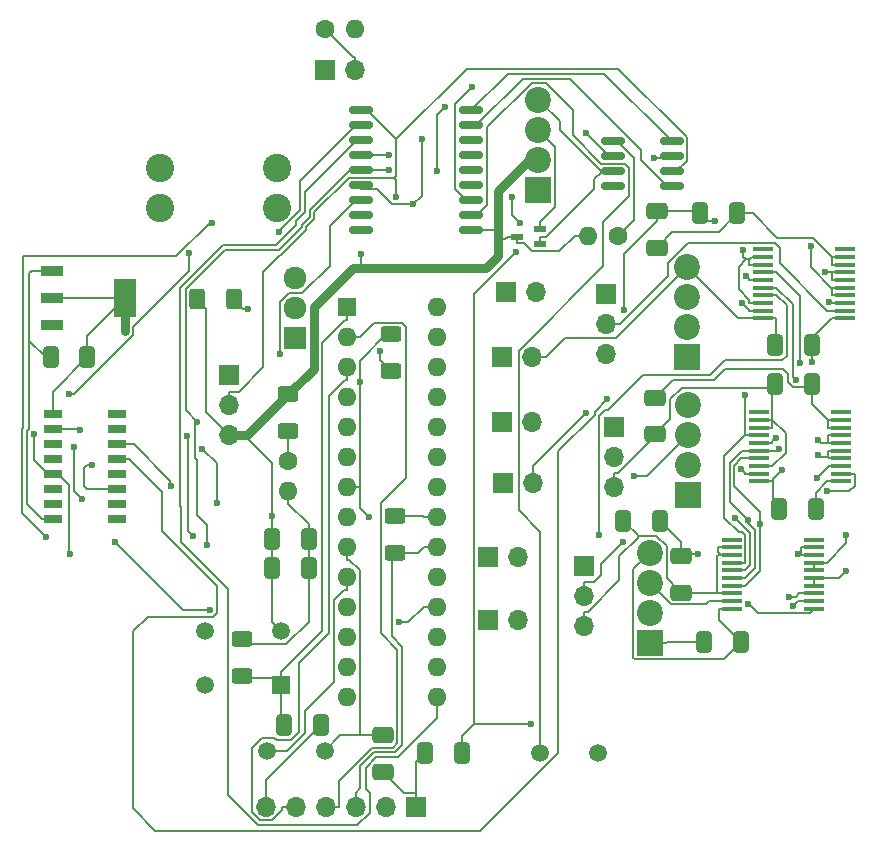
<source format=gbr>
%TF.GenerationSoftware,KiCad,Pcbnew,8.0.1-rc1*%
%TF.CreationDate,2024-06-02T11:35:05-07:00*%
%TF.ProjectId,AMS - CANBus Sensor - Temperature,414d5320-2d20-4434-914e-427573205365,rev?*%
%TF.SameCoordinates,Original*%
%TF.FileFunction,Copper,L2,Bot*%
%TF.FilePolarity,Positive*%
%FSLAX46Y46*%
G04 Gerber Fmt 4.6, Leading zero omitted, Abs format (unit mm)*
G04 Created by KiCad (PCBNEW 8.0.1-rc1) date 2024-06-02 11:35:05*
%MOMM*%
%LPD*%
G01*
G04 APERTURE LIST*
G04 Aperture macros list*
%AMRoundRect*
0 Rectangle with rounded corners*
0 $1 Rounding radius*
0 $2 $3 $4 $5 $6 $7 $8 $9 X,Y pos of 4 corners*
0 Add a 4 corners polygon primitive as box body*
4,1,4,$2,$3,$4,$5,$6,$7,$8,$9,$2,$3,0*
0 Add four circle primitives for the rounded corners*
1,1,$1+$1,$2,$3*
1,1,$1+$1,$4,$5*
1,1,$1+$1,$6,$7*
1,1,$1+$1,$8,$9*
0 Add four rect primitives between the rounded corners*
20,1,$1+$1,$2,$3,$4,$5,0*
20,1,$1+$1,$4,$5,$6,$7,0*
20,1,$1+$1,$6,$7,$8,$9,0*
20,1,$1+$1,$8,$9,$2,$3,0*%
G04 Aperture macros list end*
%TA.AperFunction,ComponentPad*%
%ADD10R,1.700000X1.700000*%
%TD*%
%TA.AperFunction,ComponentPad*%
%ADD11O,1.700000X1.700000*%
%TD*%
%TA.AperFunction,ComponentPad*%
%ADD12C,1.600000*%
%TD*%
%TA.AperFunction,ComponentPad*%
%ADD13O,1.600000X1.600000*%
%TD*%
%TA.AperFunction,ComponentPad*%
%ADD14R,2.200000X2.200000*%
%TD*%
%TA.AperFunction,ComponentPad*%
%ADD15C,2.200000*%
%TD*%
%TA.AperFunction,ComponentPad*%
%ADD16C,2.400000*%
%TD*%
%TA.AperFunction,ComponentPad*%
%ADD17R,1.600000X1.600000*%
%TD*%
%TA.AperFunction,ComponentPad*%
%ADD18R,1.920000X1.920000*%
%TD*%
%TA.AperFunction,ComponentPad*%
%ADD19C,1.920000*%
%TD*%
%TA.AperFunction,ComponentPad*%
%ADD20C,1.500000*%
%TD*%
%TA.AperFunction,ComponentPad*%
%ADD21R,1.500000X1.500000*%
%TD*%
%TA.AperFunction,SMDPad,CuDef*%
%ADD22RoundRect,0.250000X0.412500X0.650000X-0.412500X0.650000X-0.412500X-0.650000X0.412500X-0.650000X0*%
%TD*%
%TA.AperFunction,SMDPad,CuDef*%
%ADD23RoundRect,0.250000X-0.650000X0.412500X-0.650000X-0.412500X0.650000X-0.412500X0.650000X0.412500X0*%
%TD*%
%TA.AperFunction,SMDPad,CuDef*%
%ADD24RoundRect,0.150000X0.825000X0.150000X-0.825000X0.150000X-0.825000X-0.150000X0.825000X-0.150000X0*%
%TD*%
%TA.AperFunction,SMDPad,CuDef*%
%ADD25R,1.705000X0.450000*%
%TD*%
%TA.AperFunction,SMDPad,CuDef*%
%ADD26RoundRect,0.250000X0.400000X0.625000X-0.400000X0.625000X-0.400000X-0.625000X0.400000X-0.625000X0*%
%TD*%
%TA.AperFunction,SMDPad,CuDef*%
%ADD27RoundRect,0.250000X-0.412500X-0.650000X0.412500X-0.650000X0.412500X0.650000X-0.412500X0.650000X0*%
%TD*%
%TA.AperFunction,SMDPad,CuDef*%
%ADD28RoundRect,0.250000X0.650000X-0.412500X0.650000X0.412500X-0.650000X0.412500X-0.650000X-0.412500X0*%
%TD*%
%TA.AperFunction,SMDPad,CuDef*%
%ADD29RoundRect,0.250000X-0.625000X0.400000X-0.625000X-0.400000X0.625000X-0.400000X0.625000X0.400000X0*%
%TD*%
%TA.AperFunction,SMDPad,CuDef*%
%ADD30RoundRect,0.150000X0.875000X0.150000X-0.875000X0.150000X-0.875000X-0.150000X0.875000X-0.150000X0*%
%TD*%
%TA.AperFunction,SMDPad,CuDef*%
%ADD31RoundRect,0.250000X0.625000X-0.400000X0.625000X0.400000X-0.625000X0.400000X-0.625000X-0.400000X0*%
%TD*%
%TA.AperFunction,SMDPad,CuDef*%
%ADD32R,1.525000X0.650000*%
%TD*%
%TA.AperFunction,SMDPad,CuDef*%
%ADD33R,1.850000X0.900000*%
%TD*%
%TA.AperFunction,SMDPad,CuDef*%
%ADD34R,1.850000X3.200000*%
%TD*%
%TA.AperFunction,SMDPad,CuDef*%
%ADD35R,1.000000X0.550000*%
%TD*%
%TA.AperFunction,ViaPad*%
%ADD36C,0.600000*%
%TD*%
%TA.AperFunction,Conductor*%
%ADD37C,0.762000*%
%TD*%
%TA.AperFunction,Conductor*%
%ADD38C,0.200000*%
%TD*%
G04 APERTURE END LIST*
D10*
%TO.P,J2,1,Pin_1*%
%TO.N,/MAX31865AAP+1/FORCE+*%
X154427100Y-80520700D03*
D11*
%TO.P,J2,2,Pin_2*%
%TO.N,/MAX31865AAP+1/RTDIn+*%
X156967100Y-80520700D03*
%TD*%
D10*
%TO.P,J10,1,Pin_1*%
%TO.N,/MAX31865AAP+2/FORCE-*%
X154147400Y-96704500D03*
D11*
%TO.P,J10,2,Pin_2*%
%TO.N,/MAX31865AAP+2/RTDin-*%
X156687400Y-96704500D03*
%TD*%
D12*
%TO.P,R7,1*%
%TO.N,Net-(J5-Pin_2)*%
X139116100Y-58260700D03*
D13*
%TO.P,R7,2*%
%TO.N,CANBUS_L*%
X141656100Y-58260700D03*
%TD*%
D14*
%TO.P,J1,1,Pin_1*%
%TO.N,Net-(J1-Pin_1)*%
X157148000Y-71872800D03*
D15*
%TO.P,J1,2,Pin_2*%
%TO.N,GND*%
X157148000Y-69332800D03*
%TO.P,J1,3,Pin_3*%
%TO.N,CANBUS_H*%
X157148000Y-66792800D03*
%TO.P,J1,4,Pin_4*%
%TO.N,CANBUS_L*%
X157148000Y-64252800D03*
%TD*%
D12*
%TO.P,NTC1,1*%
%TO.N,/BareMinAtmel328P/PC0-A0*%
X135965600Y-94809500D03*
D13*
%TO.P,NTC1,2*%
%TO.N,+5V*%
X135965600Y-97349500D03*
%TD*%
D10*
%TO.P,J3,1,Pin_1*%
%TO.N,GND*%
X146767300Y-124094700D03*
D11*
%TO.P,J3,2,Pin_2*%
%TO.N,unconnected-(J3-Pin_2-Pad2)*%
X144227300Y-124094700D03*
%TO.P,J3,3,Pin_3*%
%TO.N,+5V*%
X141687300Y-124094700D03*
%TO.P,J3,4,Pin_4*%
%TO.N,/BareMinAtmel328P/PD0-RX*%
X139147300Y-124094700D03*
%TO.P,J3,5,Pin_5*%
%TO.N,/BareMinAtmel328P/PD1-TX*%
X136607300Y-124094700D03*
%TO.P,J3,6,Pin_6*%
%TO.N,Net-(J3-Pin_6)*%
X134067300Y-124094700D03*
%TD*%
D14*
%TO.P,J15,1,Pin_1*%
%TO.N,/MAX31865AAP+2/RTDIn+*%
X169777600Y-97738800D03*
D15*
%TO.P,J15,2,Pin_2*%
%TO.N,/MAX31865AAP+2/FORCE+*%
X169777600Y-95198800D03*
%TO.P,J15,3,Pin_3*%
%TO.N,/MAX31865AAP+2/FORCE-*%
X169777600Y-92658800D03*
%TO.P,J15,4,Pin_4*%
%TO.N,/MAX31865AAP+2/RTDin-*%
X169777600Y-90118800D03*
%TD*%
D10*
%TO.P,J7,1,Pin_1*%
%TO.N,/MAX31865AAP+1/FORCE-*%
X154091800Y-85981100D03*
D11*
%TO.P,J7,2,Pin_2*%
%TO.N,/MAX31865AAP+1/RTDin-*%
X156631800Y-85981100D03*
%TD*%
D16*
%TO.P,U5,1,1*%
%TO.N,Net-(Q1-Pad3)*%
X134999500Y-70018000D03*
%TO.P,U5,2,2*%
X134999500Y-73418000D03*
%TO.P,U5,3,3*%
%TO.N,+VDC*%
X125079500Y-70018000D03*
%TO.P,U5,4,4*%
X125079500Y-73418000D03*
%TD*%
D10*
%TO.P,J8,1,Pin_1*%
%TO.N,/MAX31865AAP+2/FORCE+*%
X154099500Y-91526100D03*
D11*
%TO.P,J8,2,Pin_2*%
%TO.N,/MAX31865AAP+2/RTDIn+*%
X156639500Y-91526100D03*
%TD*%
D12*
%TO.P,R6,1*%
%TO.N,Net-(U4-Rs)*%
X163881700Y-75743400D03*
D13*
%TO.P,R6,2*%
%TO.N,GND*%
X161341700Y-75743400D03*
%TD*%
D14*
%TO.P,J14,1,Pin_1*%
%TO.N,/MAX31865AAP+1/RTDIn+*%
X169740800Y-86017900D03*
D15*
%TO.P,J14,2,Pin_2*%
%TO.N,/MAX31865AAP+1/FORCE+*%
X169740800Y-83477900D03*
%TO.P,J14,3,Pin_3*%
%TO.N,/MAX31865AAP+1/FORCE-*%
X169740800Y-80937900D03*
%TO.P,J14,4,Pin_4*%
%TO.N,/MAX31865AAP+1/RTDin-*%
X169740800Y-78397900D03*
%TD*%
D14*
%TO.P,J16,1,Pin_1*%
%TO.N,/MAX31865AAP+3/RTDIn+*%
X166572100Y-110206600D03*
D15*
%TO.P,J16,2,Pin_2*%
%TO.N,/MAX31865AAP+3/FORCE+*%
X166572100Y-107666600D03*
%TO.P,J16,3,Pin_3*%
%TO.N,/MAX31865AAP+3/FORCE-*%
X166572100Y-105126600D03*
%TO.P,J16,4,Pin_4*%
%TO.N,/MAX31865AAP+3/RTDin-*%
X166572100Y-102586600D03*
%TD*%
D10*
%TO.P,Powerboard1,1,Pin_1*%
%TO.N,+VDC*%
X130976300Y-87552600D03*
D11*
%TO.P,Powerboard1,2,Pin_2*%
%TO.N,+5V*%
X130976300Y-90092600D03*
%TO.P,Powerboard1,3,Pin_3*%
%TO.N,GND*%
X130976300Y-92632600D03*
%TD*%
D10*
%TO.P,J9,1,Pin_1*%
%TO.N,/MAX31865AAP+2/FORCE+*%
X163522200Y-91904000D03*
D11*
%TO.P,J9,2,Pin_2*%
%TO.N,Net-(IC2-FORCE2)*%
X163522200Y-94444000D03*
%TO.P,J9,3,Pin_3*%
%TO.N,/MAX31865AAP+2/GND*%
X163522200Y-96984000D03*
%TD*%
D17*
%TO.P,U2,1,~{RESET}/PC6*%
%TO.N,/BareMinAtmel328P/RESET*%
X140929500Y-81761800D03*
D13*
%TO.P,U2,2,PD0*%
%TO.N,/BareMinAtmel328P/PD0-RX*%
X140929500Y-84301800D03*
%TO.P,U2,3,PD1*%
%TO.N,/BareMinAtmel328P/PD1-TX*%
X140929500Y-86841800D03*
%TO.P,U2,4,PD2*%
%TO.N,/BareMinAtmel328P/PD2-D2*%
X140929500Y-89381800D03*
%TO.P,U2,5,PD3*%
%TO.N,/BareMinAtmel328P/PD3-D3*%
X140929500Y-91921800D03*
%TO.P,U2,6,PD4*%
%TO.N,/BareMinAtmel328P/PD4-D4*%
X140929500Y-94461800D03*
%TO.P,U2,7,VCC*%
%TO.N,+5V*%
X140929500Y-97001800D03*
%TO.P,U2,8,GND*%
%TO.N,GND*%
X140929500Y-99541800D03*
%TO.P,U2,9,XTAL1/PB6*%
%TO.N,Net-(U2-XTAL1{slash}PB6)*%
X140929500Y-102081800D03*
%TO.P,U2,10,XTAL2/PB7*%
%TO.N,Net-(U2-XTAL2{slash}PB7)*%
X140929500Y-104621800D03*
%TO.P,U2,11,PD5*%
%TO.N,/BareMinAtmel328P/PD5-D5*%
X140929500Y-107161800D03*
%TO.P,U2,12,PD6*%
%TO.N,/BareMinAtmel328P/PD6-D6*%
X140929500Y-109701800D03*
%TO.P,U2,13,PD7*%
%TO.N,/BareMinAtmel328P/PD7-D7*%
X140929500Y-112241800D03*
%TO.P,U2,14,PB0*%
%TO.N,/BareMinAtmel328P/PB0-D8*%
X140929500Y-114781800D03*
%TO.P,U2,15,PB1*%
%TO.N,/BareMinAtmel328P/PB1-D9*%
X148549500Y-114781800D03*
%TO.P,U2,16,PB2*%
%TO.N,/BareMinAtmel328P/PB2-D10-SS*%
X148549500Y-112241800D03*
%TO.P,U2,17,PB3*%
%TO.N,MOSI*%
X148549500Y-109701800D03*
%TO.P,U2,18,PB4*%
%TO.N,MISO*%
X148549500Y-107161800D03*
%TO.P,U2,19,PB5*%
%TO.N,CLK*%
X148549500Y-104621800D03*
%TO.P,U2,20,AVCC*%
%TO.N,+5V*%
X148549500Y-102081800D03*
%TO.P,U2,21,AREF*%
%TO.N,/BareMinAtmel328P/AREF*%
X148549500Y-99541800D03*
%TO.P,U2,22,GND*%
%TO.N,GND*%
X148549500Y-97001800D03*
%TO.P,U2,23,PC0*%
%TO.N,/BareMinAtmel328P/PC0-A0*%
X148549500Y-94461800D03*
%TO.P,U2,24,PC1*%
%TO.N,/BareMinAtmel328P/PC1-A1*%
X148549500Y-91921800D03*
%TO.P,U2,25,PC2*%
%TO.N,/BareMinAtmel328P/PC2-A2*%
X148549500Y-89381800D03*
%TO.P,U2,26,PC3*%
%TO.N,/BareMinAtmel328P/PC3-A3*%
X148549500Y-86841800D03*
%TO.P,U2,27,PC4*%
%TO.N,/BareMinAtmel328P/PC4-A4-SDA*%
X148549500Y-84301800D03*
%TO.P,U2,28,PC5*%
%TO.N,/BareMinAtmel328P/PC5-A5-SCL*%
X148549500Y-81761800D03*
%TD*%
D10*
%TO.P,J5,1,Pin_1*%
%TO.N,CANBUS_H*%
X139049600Y-61738500D03*
D11*
%TO.P,J5,2,Pin_2*%
%TO.N,Net-(J5-Pin_2)*%
X141589600Y-61738500D03*
%TD*%
D18*
%TO.P,Q1,1*%
%TO.N,Net-(Q1-Pad1)*%
X136586000Y-84423600D03*
D19*
%TO.P,Q1,2*%
%TO.N,Net-(J1-Pin_1)*%
X136586000Y-81883600D03*
%TO.P,Q1,3*%
%TO.N,Net-(Q1-Pad3)*%
X136586000Y-79343600D03*
%TD*%
D20*
%TO.P,Y2,1,1*%
%TO.N,Net-(U3-OSC1)*%
X157308300Y-119543000D03*
%TO.P,Y2,2,2*%
%TO.N,Net-(U3-OSC2)*%
X162188300Y-119543000D03*
%TD*%
D21*
%TO.P,Reset1,1,NO_1*%
%TO.N,/BareMinAtmel328P/RESET*%
X135385300Y-113752500D03*
D20*
%TO.P,Reset1,2,NO_2*%
%TO.N,unconnected-(Reset1-NO_2-Pad2)*%
X128885300Y-113752500D03*
%TO.P,Reset1,3,COM_1*%
%TO.N,GND*%
X135385300Y-109252500D03*
%TO.P,Reset1,4,COM_2*%
%TO.N,unconnected-(Reset1-COM_2-Pad4)*%
X128885300Y-109252500D03*
%TD*%
D10*
%TO.P,J6,1,Pin_1*%
%TO.N,/MAX31865AAP+1/FORCE+*%
X162905100Y-80664400D03*
D11*
%TO.P,J6,2,Pin_2*%
%TO.N,Net-(IC1-FORCE2)*%
X162905100Y-83204400D03*
%TO.P,J6,3,Pin_3*%
%TO.N,/MAX31865AAP+1/GND*%
X162905100Y-85744400D03*
%TD*%
D20*
%TO.P,Y1,1,1*%
%TO.N,Net-(U2-XTAL2{slash}PB7)*%
X134207200Y-119354100D03*
%TO.P,Y1,2,2*%
%TO.N,Net-(U2-XTAL1{slash}PB6)*%
X139087200Y-119354100D03*
%TD*%
D10*
%TO.P,J12,1,Pin_1*%
%TO.N,/MAX31865AAP+3/FORCE+*%
X161047400Y-103693100D03*
D11*
%TO.P,J12,2,Pin_2*%
%TO.N,Net-(IC3-FORCE2)*%
X161047400Y-106233100D03*
%TO.P,J12,3,Pin_3*%
%TO.N,/MAX31865AAP+3/GND*%
X161047400Y-108773100D03*
%TD*%
D10*
%TO.P,J11,1,Pin_1*%
%TO.N,/MAX31865AAP+3/FORCE+*%
X152867400Y-108259400D03*
D11*
%TO.P,J11,2,Pin_2*%
%TO.N,/MAX31865AAP+3/RTDIn+*%
X155407400Y-108259400D03*
%TD*%
D10*
%TO.P,J13,1,Pin_1*%
%TO.N,/MAX31865AAP+3/FORCE-*%
X152903300Y-102979900D03*
D11*
%TO.P,J13,2,Pin_2*%
%TO.N,/MAX31865AAP+3/RTDin-*%
X155443300Y-102979900D03*
%TD*%
D22*
%TO.P,C17,1*%
%TO.N,GND*%
X118974700Y-86057600D03*
%TO.P,C17,2*%
%TO.N,+3.3V*%
X115849700Y-86057600D03*
%TD*%
D23*
%TO.P,C2,1*%
%TO.N,Net-(U2-XTAL1{slash}PB6)*%
X144012200Y-118047000D03*
%TO.P,C2,2*%
%TO.N,GND*%
X144012200Y-121172000D03*
%TD*%
D24*
%TO.P,U4,1,TXD*%
%TO.N,/CANBUS-MCP2515/TXtoCANTC*%
X168429800Y-67769000D03*
%TO.P,U4,2,VSS*%
%TO.N,GND*%
X168429800Y-69039000D03*
%TO.P,U4,3,VDD*%
%TO.N,+5V*%
X168429800Y-70309000D03*
%TO.P,U4,4,RXD*%
%TO.N,/CANBUS-MCP2515/RXtoCANTC*%
X168429800Y-71579000D03*
%TO.P,U4,5,Vref*%
%TO.N,unconnected-(U4-Vref-Pad5)*%
X163479800Y-71579000D03*
%TO.P,U4,6,CANL*%
%TO.N,CANBUS_L*%
X163479800Y-70309000D03*
%TO.P,U4,7,CANH*%
%TO.N,CANBUS_H*%
X163479800Y-69039000D03*
%TO.P,U4,8,Rs*%
%TO.N,Net-(U4-Rs)*%
X163479800Y-67769000D03*
%TD*%
D25*
%TO.P,IC2,1,~{DRDY}*%
%TO.N,unconnected-(IC2-~{DRDY}-Pad1)*%
X182812600Y-90699400D03*
%TO.P,IC2,2,DVDD*%
%TO.N,/MAX31865AAP+2/3.3V*%
X182812600Y-91349400D03*
%TO.P,IC2,3,VDD*%
X182812600Y-91999400D03*
%TO.P,IC2,4,BIAS*%
%TO.N,Net-(IC2-BIAS)*%
X182812600Y-92649400D03*
%TO.P,IC2,5,REFIN+*%
X182812600Y-93299400D03*
%TO.P,IC2,6,REFIN-*%
%TO.N,Net-(IC2-ISENSOR)*%
X182812600Y-93949400D03*
%TO.P,IC2,7,ISENSOR*%
X182812600Y-94599400D03*
%TO.P,IC2,8,FORCE+*%
%TO.N,/MAX31865AAP+2/FORCE+*%
X182812600Y-95249400D03*
%TO.P,IC2,9,FORCE2*%
%TO.N,Net-(IC2-FORCE2)*%
X182812600Y-95899400D03*
%TO.P,IC2,10,RTDIN+*%
%TO.N,/MAX31865AAP+2/RTDIn+*%
X182812600Y-96549400D03*
%TO.P,IC2,11,RTDIN-*%
%TO.N,/MAX31865AAP+2/RTDin-*%
X175816600Y-96549400D03*
%TO.P,IC2,12,FORCE-*%
%TO.N,/MAX31865AAP+2/FORCE-*%
X175816600Y-95899400D03*
%TO.P,IC2,13,GND2*%
%TO.N,/MAX31865AAP+2/GND*%
X175816600Y-95249400D03*
%TO.P,IC2,14,SDI*%
%TO.N,/MAX31865AAP+1/MOSI3v*%
X175816600Y-94599400D03*
%TO.P,IC2,15,SCLK*%
%TO.N,/MAX31865AAP+1/SLC3v*%
X175816600Y-93949400D03*
%TO.P,IC2,16,~{CS}*%
%TO.N,/MAX31865AAP+2/CS3v*%
X175816600Y-93299400D03*
%TO.P,IC2,17,SDO*%
%TO.N,/MAX31865AAP+1/MISO3v*%
X175816600Y-92649400D03*
%TO.P,IC2,18,DGND*%
%TO.N,/MAX31865AAP+2/GND*%
X175816600Y-91999400D03*
%TO.P,IC2,19,GND*%
X175816600Y-91349400D03*
%TO.P,IC2,20,N.C.*%
%TO.N,unconnected-(IC2-N.C.-Pad20)*%
X175816600Y-90699400D03*
%TD*%
D26*
%TO.P,R1,1*%
%TO.N,Net-(Q1-Pad1)*%
X131364300Y-81129300D03*
%TO.P,R1,2*%
%TO.N,GND*%
X128264300Y-81129300D03*
%TD*%
D27*
%TO.P,C10,1*%
%TO.N,/MAX31865AAP+1/RTDin-*%
X177204100Y-85024500D03*
%TO.P,C10,2*%
%TO.N,/MAX31865AAP+1/RTDIn+*%
X180329100Y-85024500D03*
%TD*%
D28*
%TO.P,C8,1*%
%TO.N,/MAX31865AAP+1/3.3V*%
X167153400Y-76752400D03*
%TO.P,C8,2*%
%TO.N,/MAX31865AAP+1/GND*%
X167153400Y-73627400D03*
%TD*%
D29*
%TO.P,R4,1*%
%TO.N,+5V*%
X132096400Y-109912300D03*
%TO.P,R4,2*%
%TO.N,/BareMinAtmel328P/RESET*%
X132096400Y-113012300D03*
%TD*%
D22*
%TO.P,C9,1*%
%TO.N,/MAX31865AAP+1/3.3V*%
X173995300Y-73848700D03*
%TO.P,C9,2*%
%TO.N,/MAX31865AAP+1/GND*%
X170870300Y-73848700D03*
%TD*%
%TO.P,C4,1*%
%TO.N,Net-(U3-OSC2)*%
X150709400Y-119523900D03*
%TO.P,C4,2*%
%TO.N,GND*%
X147584400Y-119523900D03*
%TD*%
D30*
%TO.P,U3,1,TXCAN*%
%TO.N,/CANBUS-MCP2515/TXtoCANTC*%
X151455100Y-65127000D03*
%TO.P,U3,2,RXCAN*%
%TO.N,/CANBUS-MCP2515/RXtoCANTC*%
X151455100Y-66397000D03*
%TO.P,U3,3,CLKOUT/SOF*%
%TO.N,unconnected-(U3-CLKOUT{slash}SOF-Pad3)*%
X151455100Y-67667000D03*
%TO.P,U3,4,~{TX0RTS}*%
%TO.N,unconnected-(U3-~{TX0RTS}-Pad4)*%
X151455100Y-68937000D03*
%TO.P,U3,5,~{TX1RTS}*%
%TO.N,unconnected-(U3-~{TX1RTS}-Pad5)*%
X151455100Y-70207000D03*
%TO.P,U3,6,~{TX2RTS}*%
%TO.N,unconnected-(U3-~{TX2RTS}-Pad6)*%
X151455100Y-71477000D03*
%TO.P,U3,7,OSC2*%
%TO.N,Net-(U3-OSC2)*%
X151455100Y-72747000D03*
%TO.P,U3,8,OSC1*%
%TO.N,Net-(U3-OSC1)*%
X151455100Y-74017000D03*
%TO.P,U3,9,VSS*%
%TO.N,GND*%
X151455100Y-75287000D03*
%TO.P,U3,10,~{RX1BF}*%
%TO.N,unconnected-(U3-~{RX1BF}-Pad10)*%
X142155100Y-75287000D03*
%TO.P,U3,11,~{RX0BF}*%
%TO.N,unconnected-(U3-~{RX0BF}-Pad11)*%
X142155100Y-74017000D03*
%TO.P,U3,12,~{INT}*%
%TO.N,/BareMinAtmel328P/PD2-D2*%
X142155100Y-72747000D03*
%TO.P,U3,13,SCK*%
%TO.N,CLK*%
X142155100Y-71477000D03*
%TO.P,U3,14,SI*%
%TO.N,MOSI*%
X142155100Y-70207000D03*
%TO.P,U3,15,SO*%
%TO.N,MISO*%
X142155100Y-68937000D03*
%TO.P,U3,16,~{CS}*%
%TO.N,/BareMinAtmel328P/PB1-D9*%
X142155100Y-67667000D03*
%TO.P,U3,17,~{RESET}*%
%TO.N,Net-(U3-~{RESET})*%
X142155100Y-66397000D03*
%TO.P,U3,18,VDD*%
%TO.N,+5V*%
X142155100Y-65127000D03*
%TD*%
D31*
%TO.P,R5,1*%
%TO.N,Net-(U3-~{RESET})*%
X144703000Y-87196800D03*
%TO.P,R5,2*%
%TO.N,+5V*%
X144703000Y-84096800D03*
%TD*%
D29*
%TO.P,R3,1*%
%TO.N,GND*%
X135973000Y-89148700D03*
%TO.P,R3,2*%
%TO.N,/BareMinAtmel328P/PC0-A0*%
X135973000Y-92248700D03*
%TD*%
D25*
%TO.P,IC3,1,~{DRDY}*%
%TO.N,unconnected-(IC3-~{DRDY}-Pad1)*%
X180511900Y-101484500D03*
%TO.P,IC3,2,DVDD*%
%TO.N,/MAX31865AAP+3/3.3V*%
X180511900Y-102134500D03*
%TO.P,IC3,3,VDD*%
X180511900Y-102784500D03*
%TO.P,IC3,4,BIAS*%
%TO.N,Net-(IC3-BIAS)*%
X180511900Y-103434500D03*
%TO.P,IC3,5,REFIN+*%
X180511900Y-104084500D03*
%TO.P,IC3,6,REFIN-*%
%TO.N,Net-(IC3-ISENSOR)*%
X180511900Y-104734500D03*
%TO.P,IC3,7,ISENSOR*%
X180511900Y-105384500D03*
%TO.P,IC3,8,FORCE+*%
%TO.N,/MAX31865AAP+3/FORCE+*%
X180511900Y-106034500D03*
%TO.P,IC3,9,FORCE2*%
%TO.N,Net-(IC3-FORCE2)*%
X180511900Y-106684500D03*
%TO.P,IC3,10,RTDIN+*%
%TO.N,/MAX31865AAP+3/RTDIn+*%
X180511900Y-107334500D03*
%TO.P,IC3,11,RTDIN-*%
%TO.N,/MAX31865AAP+3/RTDin-*%
X173515900Y-107334500D03*
%TO.P,IC3,12,FORCE-*%
%TO.N,/MAX31865AAP+3/FORCE-*%
X173515900Y-106684500D03*
%TO.P,IC3,13,GND2*%
%TO.N,/MAX31865AAP+3/GND*%
X173515900Y-106034500D03*
%TO.P,IC3,14,SDI*%
%TO.N,/MAX31865AAP+1/MOSI3v*%
X173515900Y-105384500D03*
%TO.P,IC3,15,SCLK*%
%TO.N,/MAX31865AAP+1/SLC3v*%
X173515900Y-104734500D03*
%TO.P,IC3,16,~{CS}*%
%TO.N,/MAX31865AAP+3/CS3v*%
X173515900Y-104084500D03*
%TO.P,IC3,17,SDO*%
%TO.N,/MAX31865AAP+1/MISO3v*%
X173515900Y-103434500D03*
%TO.P,IC3,18,DGND*%
%TO.N,/MAX31865AAP+3/GND*%
X173515900Y-102784500D03*
%TO.P,IC3,19,GND*%
X173515900Y-102134500D03*
%TO.P,IC3,20,N.C.*%
%TO.N,unconnected-(IC3-N.C.-Pad20)*%
X173515900Y-101484500D03*
%TD*%
D22*
%TO.P,C1,1*%
%TO.N,Net-(J3-Pin_6)*%
X138717100Y-117199700D03*
%TO.P,C1,2*%
%TO.N,/BareMinAtmel328P/RESET*%
X135592100Y-117199700D03*
%TD*%
D32*
%TO.P,IC4,1,VCC*%
%TO.N,+3.3V*%
X116067100Y-99743000D03*
%TO.P,IC4,2,1Y*%
%TO.N,/MAX31865AAP+1/SLC3v*%
X116067100Y-98473000D03*
%TO.P,IC4,3,1A*%
%TO.N,CLK*%
X116067100Y-97203000D03*
%TO.P,IC4,4,2Y*%
%TO.N,MISO*%
X116067100Y-95933000D03*
%TO.P,IC4,5,2A*%
%TO.N,/MAX31865AAP+1/MISO3v*%
X116067100Y-94663000D03*
%TO.P,IC4,6,3Y*%
%TO.N,/MAX31865AAP+1/MOSI3v*%
X116067100Y-93393000D03*
%TO.P,IC4,7,3A*%
%TO.N,MOSI*%
X116067100Y-92123000D03*
%TO.P,IC4,8,GND*%
%TO.N,GND*%
X116067100Y-90853000D03*
%TO.P,IC4,9,4A*%
%TO.N,/BareMinAtmel328P/PD5-D5*%
X121491100Y-90853000D03*
%TO.P,IC4,10,4Y*%
%TO.N,/MAX31865AAP+3/CS3v*%
X121491100Y-92123000D03*
%TO.P,IC4,11,5A*%
%TO.N,/BareMinAtmel328P/PD4-D4*%
X121491100Y-93393000D03*
%TO.P,IC4,12,5Y*%
%TO.N,/MAX31865AAP+2/CS3v*%
X121491100Y-94663000D03*
%TO.P,IC4,13,NC_1*%
%TO.N,unconnected-(IC4-NC_1-Pad13)*%
X121491100Y-95933000D03*
%TO.P,IC4,14,6A*%
%TO.N,/BareMinAtmel328P/PD3-D3*%
X121491100Y-97203000D03*
%TO.P,IC4,15,6Y*%
%TO.N,/MAX31865AAP+1/CS3v*%
X121491100Y-98473000D03*
%TO.P,IC4,16,NC_2*%
%TO.N,unconnected-(IC4-NC_2-Pad16)*%
X121491100Y-99743000D03*
%TD*%
D23*
%TO.P,C15,1*%
%TO.N,/MAX31865AAP+3/3.3V*%
X169251600Y-102830600D03*
%TO.P,C15,2*%
%TO.N,/MAX31865AAP+3/GND*%
X169251600Y-105955600D03*
%TD*%
D29*
%TO.P,R2,1*%
%TO.N,/BareMinAtmel328P/AREF*%
X144995600Y-99509000D03*
%TO.P,R2,2*%
%TO.N,+5V*%
X144995600Y-102609000D03*
%TD*%
D25*
%TO.P,IC1,1,~{DRDY}*%
%TO.N,unconnected-(IC1-~{DRDY}-Pad1)*%
X183151300Y-76886100D03*
%TO.P,IC1,2,DVDD*%
%TO.N,/MAX31865AAP+1/3.3V*%
X183151300Y-77536100D03*
%TO.P,IC1,3,VDD*%
X183151300Y-78186100D03*
%TO.P,IC1,4,BIAS*%
%TO.N,Net-(IC1-BIAS)*%
X183151300Y-78836100D03*
%TO.P,IC1,5,REFIN+*%
X183151300Y-79486100D03*
%TO.P,IC1,6,REFIN-*%
%TO.N,Net-(IC1-ISENSOR)*%
X183151300Y-80136100D03*
%TO.P,IC1,7,ISENSOR*%
X183151300Y-80786100D03*
%TO.P,IC1,8,FORCE+*%
%TO.N,/MAX31865AAP+1/FORCE+*%
X183151300Y-81436100D03*
%TO.P,IC1,9,FORCE2*%
%TO.N,Net-(IC1-FORCE2)*%
X183151300Y-82086100D03*
%TO.P,IC1,10,RTDIN+*%
%TO.N,/MAX31865AAP+1/RTDIn+*%
X183151300Y-82736100D03*
%TO.P,IC1,11,RTDIN-*%
%TO.N,/MAX31865AAP+1/RTDin-*%
X176155300Y-82736100D03*
%TO.P,IC1,12,FORCE-*%
%TO.N,/MAX31865AAP+1/FORCE-*%
X176155300Y-82086100D03*
%TO.P,IC1,13,GND2*%
%TO.N,/MAX31865AAP+1/GND*%
X176155300Y-81436100D03*
%TO.P,IC1,14,SDI*%
%TO.N,/MAX31865AAP+1/MOSI3v*%
X176155300Y-80786100D03*
%TO.P,IC1,15,SCLK*%
%TO.N,/MAX31865AAP+1/SLC3v*%
X176155300Y-80136100D03*
%TO.P,IC1,16,~{CS}*%
%TO.N,/MAX31865AAP+1/CS3v*%
X176155300Y-79486100D03*
%TO.P,IC1,17,SDO*%
%TO.N,/MAX31865AAP+1/MISO3v*%
X176155300Y-78836100D03*
%TO.P,IC1,18,DGND*%
%TO.N,/MAX31865AAP+1/GND*%
X176155300Y-78186100D03*
%TO.P,IC1,19,GND*%
X176155300Y-77536100D03*
%TO.P,IC1,20,N.C.*%
%TO.N,unconnected-(IC1-N.C.-Pad20)*%
X176155300Y-76886100D03*
%TD*%
D23*
%TO.P,C12,1*%
%TO.N,/MAX31865AAP+2/3.3V*%
X166999500Y-89446100D03*
%TO.P,C12,2*%
%TO.N,/MAX31865AAP+2/GND*%
X166999500Y-92571100D03*
%TD*%
D33*
%TO.P,IC5,1,INPUT*%
%TO.N,+5V*%
X115966900Y-83323300D03*
%TO.P,IC5,2,ADJ/GND_1*%
%TO.N,GND*%
X115966900Y-81023300D03*
%TO.P,IC5,3,OUTPUT*%
%TO.N,+3.3V*%
X115966900Y-78723300D03*
D34*
%TO.P,IC5,4,ADJ/GND_2*%
%TO.N,GND*%
X122166900Y-81023300D03*
%TD*%
D22*
%TO.P,C11,1*%
%TO.N,/MAX31865AAP+2/3.3V*%
X180344900Y-88259800D03*
%TO.P,C11,2*%
%TO.N,/MAX31865AAP+2/GND*%
X177219900Y-88259800D03*
%TD*%
%TO.P,C7,1*%
%TO.N,+5V*%
X137705500Y-103901700D03*
%TO.P,C7,2*%
%TO.N,GND*%
X134580500Y-103901700D03*
%TD*%
D27*
%TO.P,C13,1*%
%TO.N,/MAX31865AAP+2/RTDin-*%
X177518600Y-98878600D03*
%TO.P,C13,2*%
%TO.N,/MAX31865AAP+2/RTDIn+*%
X180643600Y-98878600D03*
%TD*%
D35*
%TO.P,D1,1,CATHODE_1*%
%TO.N,CANBUS_H*%
X157281400Y-75173600D03*
%TO.P,D1,2,CATHODE_2*%
%TO.N,CANBUS_L*%
X157281400Y-76473600D03*
%TO.P,D1,3,COMMON_ANODE*%
%TO.N,GND*%
X155381400Y-75823600D03*
%TD*%
D22*
%TO.P,C6,1*%
%TO.N,+5V*%
X137701800Y-101431800D03*
%TO.P,C6,2*%
%TO.N,GND*%
X134576800Y-101431800D03*
%TD*%
%TO.P,C14,1*%
%TO.N,/MAX31865AAP+3/3.3V*%
X167447900Y-99864000D03*
%TO.P,C14,2*%
%TO.N,/MAX31865AAP+3/GND*%
X164322900Y-99864000D03*
%TD*%
%TO.P,C16,1*%
%TO.N,/MAX31865AAP+3/RTDin-*%
X174303100Y-110148000D03*
%TO.P,C16,2*%
%TO.N,/MAX31865AAP+3/RTDIn+*%
X171178100Y-110148000D03*
%TD*%
D36*
%TO.N,GND*%
X122167000Y-83823200D03*
X166912000Y-69200100D03*
X134576800Y-99449400D03*
X142137100Y-77308100D03*
%TO.N,/BareMinAtmel328P/RESET*%
X155620300Y-74664100D03*
X154921400Y-72481400D03*
%TO.N,+5V*%
X115966900Y-83323300D03*
X142799200Y-99555100D03*
X145124600Y-72473300D03*
X142028000Y-88110200D03*
%TO.N,CANBUS_H*%
X161173200Y-67081800D03*
%TO.N,/MAX31865AAP+1/GND*%
X172066600Y-74532700D03*
X164379600Y-81999200D03*
X174497700Y-76963800D03*
%TO.N,/MAX31865AAP+1/RTDIn+*%
X180358200Y-86446500D03*
%TO.N,/BareMinAtmel328P/PD4-D4*%
X126044952Y-96945157D03*
%TO.N,/BareMinAtmel328P/PD3-D3*%
X119366052Y-95142593D03*
%TO.N,/BareMinAtmel328P/PD5-D5*%
X121491100Y-90853000D03*
X127403900Y-92710311D03*
X127867348Y-101187913D03*
%TO.N,Net-(Q1-Pad1)*%
X132546900Y-81920300D03*
%TO.N,/BareMinAtmel328P/PD2-D2*%
X135297100Y-85794900D03*
%TO.N,Net-(U3-OSC2)*%
X156548700Y-117120000D03*
X155272900Y-77126100D03*
X151536800Y-63182000D03*
%TO.N,Net-(U3-~{RESET})*%
X143754600Y-85478800D03*
X135186600Y-75411200D03*
%TO.N,/MAX31865AAP+2/RTDIn+*%
X180643600Y-98878600D03*
%TO.N,/MAX31865AAP+2/RTDin-*%
X177778400Y-95593300D03*
X161212600Y-90729200D03*
%TO.N,/MAX31865AAP+3/3.3V*%
X170656800Y-102672600D03*
X179148500Y-102672600D03*
%TO.N,/MAX31865AAP+3/RTDIn+*%
X174867921Y-106931418D03*
%TO.N,/MAX31865AAP+1/MOSI3v*%
X116067100Y-93393000D03*
X175907400Y-100140400D03*
X129372800Y-107412200D03*
X162308500Y-101104600D03*
X121264657Y-101646152D03*
%TO.N,Net-(IC1-BIAS)*%
X181443300Y-78777900D03*
%TO.N,/MAX31865AAP+1/SLC3v*%
X116067100Y-98473000D03*
X177487000Y-93777700D03*
X174875200Y-99839100D03*
X178968500Y-87952000D03*
%TO.N,/MAX31865AAP+1/CS3v*%
X121491100Y-98473000D03*
X129901386Y-98375098D03*
X174724100Y-79129900D03*
X128694698Y-93809222D03*
%TO.N,Net-(IC1-ISENSOR)*%
X180221019Y-76607049D03*
%TO.N,/MAX31865AAP+1/MISO3v*%
X179333400Y-86547700D03*
X116067100Y-94663000D03*
X174662400Y-89240700D03*
%TO.N,/MAX31865AAP+1/FORCE+*%
X181728300Y-81373200D03*
%TO.N,/MAX31865AAP+1/FORCE-*%
X174373100Y-81422600D03*
%TO.N,/MAX31865AAP+2/CS3v*%
X162999800Y-89599400D03*
X177252300Y-92843700D03*
%TO.N,Net-(IC2-ISENSOR)*%
X180834332Y-94277750D03*
%TO.N,Net-(IC2-BIAS)*%
X180826357Y-93017718D03*
%TO.N,/MAX31865AAP+2/FORCE+*%
X180717000Y-96266100D03*
%TO.N,/MAX31865AAP+2/FORCE-*%
X174339800Y-95526800D03*
X165254800Y-96084100D03*
%TO.N,Net-(IC2-FORCE2)*%
X181608500Y-97374500D03*
%TO.N,/MAX31865AAP+3/CS3v*%
X118536073Y-98073847D03*
X173770000Y-99610400D03*
X121491100Y-92123000D03*
X117826412Y-93634433D03*
%TO.N,/MAX31865AAP+3/FORCE+*%
X178346700Y-106329500D03*
%TO.N,Net-(IC3-BIAS)*%
X183193977Y-101059766D03*
%TO.N,Net-(IC3-FORCE2)*%
X164357700Y-101658900D03*
X178733900Y-107109800D03*
%TO.N,Net-(IC3-ISENSOR)*%
X183193977Y-104159766D03*
%TO.N,MOSI*%
X144524100Y-70207000D03*
X128277198Y-91500212D03*
X129121142Y-101949343D03*
X118332546Y-92183951D03*
%TO.N,MISO*%
X148585100Y-70282000D03*
X127597474Y-77230086D03*
X117503256Y-102683542D03*
X149261427Y-64817434D03*
X145385000Y-108475000D03*
X114437643Y-92545528D03*
X117373339Y-89146565D03*
X144528600Y-68903600D03*
%TO.N,CLK*%
X129544252Y-74645840D03*
X116067100Y-97203000D03*
X115493946Y-101249145D03*
X146555400Y-73086400D03*
X147285653Y-67526043D03*
%TD*%
D37*
%TO.N,GND*%
X153699000Y-75241800D02*
X153699000Y-71959500D01*
D38*
X115966900Y-81023300D02*
X122166900Y-81023300D01*
D37*
X138127000Y-86994700D02*
X138127000Y-81802300D01*
D38*
X155958100Y-76400300D02*
X155381400Y-76400300D01*
D37*
X156326000Y-69332800D02*
X157148000Y-69332800D01*
D38*
X156608100Y-77050300D02*
X155958100Y-76400300D01*
X166912000Y-69200100D02*
X168268700Y-69200100D01*
X154337200Y-76066100D02*
X154579700Y-75823600D01*
X146767300Y-122943000D02*
X145783200Y-122943000D01*
D37*
X132207700Y-92632600D02*
X132489000Y-92632600D01*
D38*
X146767300Y-124094700D02*
X146767300Y-122943000D01*
D37*
X153699000Y-71959500D02*
X156326000Y-69332800D01*
D38*
X147584400Y-119523900D02*
X146767300Y-120341000D01*
X158933100Y-77050300D02*
X156608100Y-77050300D01*
X155381400Y-75823600D02*
X155381400Y-76400300D01*
D37*
X153699000Y-76066100D02*
X153699000Y-75241800D01*
D38*
X142137100Y-78195400D02*
X142137100Y-77308100D01*
X134580500Y-101435500D02*
X134580500Y-103901700D01*
D37*
X141487000Y-78442200D02*
X142383900Y-78442200D01*
D38*
X145783200Y-122943000D02*
X144012200Y-121172000D01*
X116067100Y-90853000D02*
X116067100Y-88965200D01*
X116067100Y-88965200D02*
X118974700Y-86057600D01*
X153699000Y-76066100D02*
X154337200Y-76066100D01*
X118974700Y-86057600D02*
X118974700Y-84215500D01*
D37*
X135973000Y-89148700D02*
X138127000Y-86994700D01*
D38*
X118974700Y-84215500D02*
X122166900Y-81023300D01*
X134576800Y-95001700D02*
X134576800Y-99449400D01*
X160240000Y-75743400D02*
X158933100Y-77050300D01*
X146767300Y-120341000D02*
X146767300Y-122943000D01*
D37*
X138127000Y-81802300D02*
X141487000Y-78442200D01*
X122167000Y-83823200D02*
X122167000Y-81023400D01*
D38*
X142383900Y-78442200D02*
X142137100Y-78195400D01*
D37*
X132489000Y-92632600D02*
X135973000Y-89148700D01*
X130976300Y-92632600D02*
X132207700Y-92632600D01*
X142383900Y-78442200D02*
X152722000Y-78442200D01*
D38*
X153699000Y-75241800D02*
X151500300Y-75241800D01*
X129046727Y-81911727D02*
X129046727Y-90703327D01*
D37*
X152722000Y-78442200D02*
X153699000Y-77464900D01*
X153699000Y-77464900D02*
X153699000Y-76066100D01*
D38*
X134576800Y-99449400D02*
X134576800Y-101431800D01*
X132207700Y-92632600D02*
X134576800Y-95001700D01*
X129046727Y-90703327D02*
X130976000Y-92632600D01*
X134580500Y-103901700D02*
X134580500Y-108447700D01*
X134580500Y-108447700D02*
X135385300Y-109252500D01*
X128264300Y-81129300D02*
X129046727Y-81911727D01*
X161341700Y-75743400D02*
X160240000Y-75743400D01*
X155381400Y-75823600D02*
X154579700Y-75823600D01*
%TO.N,/BareMinAtmel328P/RESET*%
X135385300Y-116992900D02*
X135385300Y-113752500D01*
X140791800Y-82863500D02*
X138849900Y-84805400D01*
X138849900Y-109236200D02*
X135385300Y-112700800D01*
X140929500Y-81761800D02*
X140929500Y-82863500D01*
X138849900Y-84805400D02*
X138849900Y-109236200D01*
X154921400Y-72481400D02*
X154921400Y-73965200D01*
X135385300Y-113226600D02*
X135385300Y-112700800D01*
X135385300Y-113226600D02*
X132310700Y-113226600D01*
X154921400Y-73965200D02*
X155620300Y-74664100D01*
X140929500Y-82863500D02*
X140791800Y-82863500D01*
%TO.N,+5V*%
X137705500Y-103901700D02*
X137705500Y-108426400D01*
X142031200Y-97001800D02*
X142031200Y-98787100D01*
X169711000Y-69420500D02*
X168822500Y-70309000D01*
X142084100Y-120674200D02*
X142084100Y-122546200D01*
X137701800Y-100187400D02*
X135965600Y-98451200D01*
X131768100Y-88940900D02*
X133841600Y-86867400D01*
X137504700Y-75245800D02*
X137504700Y-75006400D01*
X137705500Y-101435500D02*
X137705500Y-103901700D01*
X137705500Y-108426400D02*
X135800500Y-110331400D01*
X142031200Y-98787100D02*
X142799200Y-99555100D01*
X145630300Y-110565900D02*
X145630300Y-118847500D01*
X133841600Y-86867400D02*
X133841600Y-78807200D01*
X145134200Y-70666100D02*
X145134200Y-67583200D01*
X144958300Y-70842000D02*
X145124600Y-71008300D01*
X135965600Y-97349500D02*
X135965600Y-98451200D01*
X144995600Y-102609000D02*
X146920600Y-102609000D01*
X143271100Y-119487200D02*
X142084100Y-120674200D01*
X169711000Y-67429400D02*
X169711000Y-69420500D01*
X133841600Y-78807200D02*
X135289200Y-77359600D01*
X144990600Y-119487200D02*
X143271100Y-119487200D01*
X144285800Y-84096800D02*
X142031200Y-86351400D01*
X151105500Y-61611900D02*
X163893500Y-61611900D01*
X135289200Y-77359600D02*
X135390900Y-77359600D01*
X144741000Y-109676600D02*
X145630300Y-110565900D01*
X145134200Y-67583200D02*
X151105500Y-61611900D01*
X145134200Y-67583200D02*
X142678000Y-65127000D01*
X142031200Y-86351400D02*
X142031200Y-88110200D01*
X142084100Y-122546200D02*
X141687300Y-122943000D01*
X144958300Y-70842000D02*
X145134200Y-70666100D01*
X145124600Y-71008300D02*
X145124600Y-72473300D01*
X146920600Y-102609000D02*
X147447800Y-102081800D01*
X148549500Y-102081800D02*
X147447800Y-102081800D01*
X140929500Y-97001800D02*
X142031200Y-97001800D01*
X130976300Y-88940900D02*
X131768100Y-88940900D01*
X142031200Y-88110200D02*
X142031200Y-97001800D01*
X144741000Y-102863600D02*
X144741000Y-109676600D01*
X141687300Y-124094700D02*
X141687300Y-122943000D01*
X137701800Y-101431800D02*
X137701800Y-100187400D01*
X130976300Y-90092600D02*
X130976300Y-88940900D01*
X163893500Y-61611900D02*
X169711000Y-67429400D01*
X138185000Y-73760400D02*
X141103400Y-70842000D01*
X145630300Y-118847500D02*
X144990600Y-119487200D01*
X135390900Y-77359600D02*
X137504700Y-75245800D01*
X141103400Y-70842000D02*
X144958300Y-70842000D01*
X142031200Y-88110200D02*
X142028000Y-88110200D01*
X138185000Y-74326100D02*
X138185000Y-73760400D01*
X135800500Y-110331400D02*
X132515500Y-110331400D01*
X137504700Y-75006400D02*
X138185000Y-74326100D01*
%TO.N,CANBUS_L*%
X162526700Y-70350800D02*
X158949900Y-66774000D01*
X162568500Y-70309000D02*
X163479800Y-70309000D01*
X158949900Y-66774000D02*
X158949900Y-66054700D01*
X161899300Y-71761700D02*
X161899300Y-70978200D01*
X157281400Y-75896900D02*
X157764100Y-75896900D01*
X161899300Y-70978200D02*
X162526700Y-70350800D01*
X158949900Y-66054700D02*
X157148000Y-64252800D01*
X157281400Y-76473600D02*
X157281400Y-75896900D01*
X162526700Y-70350800D02*
X162568500Y-70309000D01*
X157764100Y-75896900D02*
X161899300Y-71761700D01*
%TO.N,CANBUS_H*%
X158549700Y-73328600D02*
X157281400Y-74596900D01*
X158549700Y-68194500D02*
X158549700Y-73328600D01*
X157281400Y-75173600D02*
X157281400Y-74596900D01*
X163130400Y-69039000D02*
X161173200Y-67081800D01*
X157148000Y-66792800D02*
X158549700Y-68194500D01*
%TO.N,/MAX31865AAP+1/3.3V*%
X182098000Y-77536100D02*
X181998600Y-77536100D01*
X181998600Y-77536100D02*
X180420600Y-75958100D01*
X181998600Y-77536100D02*
X181997100Y-77536100D01*
X168504700Y-75401100D02*
X167153400Y-76752400D01*
X172442900Y-75401100D02*
X168504700Y-75401100D01*
X180420600Y-75958100D02*
X177395200Y-75958100D01*
X181997100Y-78186100D02*
X181997100Y-77536100D01*
X173995300Y-73848700D02*
X172442900Y-75401100D01*
X183151300Y-77536100D02*
X182098000Y-77536100D01*
X175285800Y-73848700D02*
X173995300Y-73848700D01*
X183151300Y-78186100D02*
X181997100Y-78186100D01*
X177395200Y-75958100D02*
X175285800Y-73848700D01*
%TO.N,/MAX31865AAP+1/GND*%
X174723600Y-77739300D02*
X174949400Y-77739300D01*
X174723600Y-77739300D02*
X174104200Y-78358700D01*
X175001100Y-81191300D02*
X175001100Y-81436100D01*
X167153400Y-74493000D02*
X164379600Y-77266800D01*
X164379600Y-77266800D02*
X164379600Y-81999200D01*
X176155300Y-81436100D02*
X175001100Y-81436100D01*
X175001100Y-77791000D02*
X175001100Y-78186100D01*
X167153400Y-73627400D02*
X167153400Y-74493000D01*
X175578200Y-77536100D02*
X175256000Y-77536100D01*
X175256000Y-77536100D02*
X175001100Y-77791000D01*
X174723600Y-77739300D02*
X174497700Y-77513400D01*
X171554300Y-74532700D02*
X172066600Y-74532700D01*
X174497700Y-77513400D02*
X174497700Y-76963800D01*
X174949400Y-77739300D02*
X175001100Y-77791000D01*
X174104200Y-80294400D02*
X175001100Y-81191300D01*
X170870300Y-73848700D02*
X171554300Y-74532700D01*
X174104200Y-78358700D02*
X174104200Y-80294400D01*
X176155300Y-78186100D02*
X175001100Y-78186100D01*
X170649000Y-73627400D02*
X167153400Y-73627400D01*
%TO.N,/MAX31865AAP+1/RTDIn+*%
X180358200Y-85053600D02*
X180358200Y-86446500D01*
X181997100Y-82736100D02*
X180329100Y-84404100D01*
X183151300Y-82736100D02*
X181997100Y-82736100D01*
%TO.N,/BareMinAtmel328P/PD0-RX*%
X143786700Y-98398200D02*
X143786700Y-109360900D01*
X143225600Y-83107400D02*
X145582500Y-83107400D01*
X143786700Y-109360900D02*
X145218800Y-110793000D01*
X145951900Y-83476800D02*
X145951900Y-96233000D01*
X143104800Y-119085500D02*
X140299000Y-121891300D01*
X139147300Y-124094700D02*
X140299000Y-124094700D01*
X145218800Y-110793000D02*
X145218800Y-118688900D01*
X145582500Y-83107400D02*
X145951900Y-83476800D01*
X145218800Y-118688900D02*
X144822200Y-119085500D01*
X144822200Y-119085500D02*
X143104800Y-119085500D01*
X145951900Y-96233000D02*
X143786700Y-98398200D01*
X140929500Y-84301800D02*
X142031200Y-84301800D01*
X140299000Y-121891300D02*
X140299000Y-124094700D01*
X142031200Y-84301800D02*
X143225600Y-83107400D01*
%TO.N,/BareMinAtmel328P/PD1-TX*%
X140929500Y-87943500D02*
X140791800Y-87943500D01*
X135002600Y-118481200D02*
X134806400Y-118285000D01*
X134806400Y-118285000D02*
X133739100Y-118285000D01*
X136913100Y-111912100D02*
X136913100Y-117761500D01*
X136193400Y-118481200D02*
X135002600Y-118481200D01*
X140791800Y-87943500D02*
X139420200Y-89315100D01*
X135455600Y-124363200D02*
X135455600Y-124094700D01*
X139420200Y-109405000D02*
X136913100Y-111912100D01*
X132884000Y-119140100D02*
X132884000Y-124558300D01*
X133739100Y-118285000D02*
X132884000Y-119140100D01*
X136607300Y-124094700D02*
X135455600Y-124094700D01*
X134568800Y-125250000D02*
X135455600Y-124363200D01*
X133575700Y-125250000D02*
X134568800Y-125250000D01*
X140929500Y-86841800D02*
X140929500Y-87943500D01*
X132884000Y-124558300D02*
X133575700Y-125250000D01*
X136913100Y-117761500D02*
X136193400Y-118481200D01*
X139420200Y-89315100D02*
X139420200Y-109405000D01*
%TO.N,/BareMinAtmel328P/PD4-D4*%
X121491100Y-93393000D02*
X122894150Y-93393000D01*
X122894150Y-93393000D02*
X125994711Y-96493561D01*
X125994711Y-96493561D02*
X125994711Y-96894916D01*
X125994711Y-96894916D02*
X126044952Y-96945157D01*
%TO.N,/BareMinAtmel328P/PD3-D3*%
X118929765Y-95142593D02*
X118655956Y-95416402D01*
X118902858Y-97203000D02*
X121491100Y-97203000D01*
X118655956Y-96956098D02*
X118902858Y-97203000D01*
X118655956Y-95416402D02*
X118655956Y-96956098D01*
X119366052Y-95142593D02*
X118929765Y-95142593D01*
%TO.N,/BareMinAtmel328P/PD5-D5*%
X127448209Y-92754620D02*
X127448209Y-100768774D01*
X127448209Y-100768774D02*
X127867348Y-101187913D01*
X127403900Y-92710311D02*
X127448209Y-92754620D01*
%TO.N,/BareMinAtmel328P/PC0-A0*%
X135965600Y-92256100D02*
X135965600Y-94809500D01*
%TO.N,Net-(Q1-Pad1)*%
X131364300Y-81129300D02*
X132155300Y-81920300D01*
X132155300Y-81920300D02*
X132546900Y-81920300D01*
%TO.N,/BareMinAtmel328P/AREF*%
X144995600Y-99509000D02*
X147415000Y-99509000D01*
X148549500Y-99541800D02*
X147447800Y-99541800D01*
X147415000Y-99509000D02*
X147447800Y-99541800D01*
%TO.N,/BareMinAtmel328P/PB1-D9*%
X141760400Y-67667000D02*
X137381600Y-72045800D01*
X133402000Y-125677300D02*
X141772300Y-125677300D01*
X134972300Y-76556200D02*
X130440900Y-76556200D01*
X141772300Y-125677300D02*
X142864400Y-124585200D01*
X142864400Y-124585200D02*
X142864400Y-122955800D01*
X126882500Y-98690200D02*
X126882500Y-101668800D01*
X137381600Y-72045800D02*
X137381600Y-73755700D01*
X126803900Y-80193200D02*
X126803900Y-98611600D01*
X142527100Y-120799200D02*
X143437400Y-119888900D01*
X148549500Y-116590500D02*
X148549500Y-114781800D01*
X136660000Y-74477300D02*
X136660000Y-74868500D01*
X137381600Y-73755700D02*
X136660000Y-74477300D01*
X136660000Y-74868500D02*
X134972300Y-76556200D01*
X142527100Y-122618500D02*
X142527100Y-120799200D01*
X145251100Y-119888900D02*
X148549500Y-116590500D01*
X130440900Y-76556200D02*
X126803900Y-80193200D01*
X126803900Y-98611600D02*
X126882500Y-98690200D01*
X126882500Y-101668800D02*
X130848400Y-105634700D01*
X142864400Y-122955800D02*
X142527100Y-122618500D01*
X130848400Y-123123700D02*
X133402000Y-125677300D01*
X130848400Y-105634700D02*
X130848400Y-123123700D01*
X143437400Y-119888900D02*
X145251100Y-119888900D01*
%TO.N,/BareMinAtmel328P/PD2-D2*%
X141669800Y-72747000D02*
X139466900Y-74949900D01*
X139466900Y-78273600D02*
X137126900Y-80613600D01*
X135297100Y-81325200D02*
X135297100Y-85794900D01*
X139466900Y-74949900D02*
X139466900Y-78273600D01*
X137126900Y-80613600D02*
X136008700Y-80613600D01*
X136008700Y-80613600D02*
X135297100Y-81325200D01*
%TO.N,/CANBUS-MCP2515/RXtoCANTC*%
X155842200Y-62438500D02*
X159795800Y-62438500D01*
X165819100Y-69369700D02*
X168028400Y-71579000D01*
X151883700Y-66397000D02*
X155842200Y-62438500D01*
X159795800Y-62438500D02*
X165819100Y-68461800D01*
X165819100Y-68461800D02*
X165819100Y-69369700D01*
%TO.N,/CANBUS-MCP2515/TXtoCANTC*%
X154545300Y-62036800D02*
X162697600Y-62036800D01*
X151455100Y-65127000D02*
X154545300Y-62036800D01*
X162697600Y-62036800D02*
X168429800Y-67769000D01*
%TO.N,Net-(J3-Pin_6)*%
X138717100Y-117199700D02*
X134067300Y-121849500D01*
X134067300Y-121849500D02*
X134067300Y-124094700D01*
%TO.N,Net-(U2-XTAL1{slash}PB6)*%
X141157800Y-103183500D02*
X140929500Y-103183500D01*
X140929500Y-102081800D02*
X140929500Y-103183500D01*
X142034400Y-118047000D02*
X140394300Y-118047000D01*
X140394300Y-118047000D02*
X139087200Y-119354100D01*
X144012200Y-118047000D02*
X142034400Y-118047000D01*
X142034400Y-118047000D02*
X142034400Y-104060100D01*
X142034400Y-104060100D02*
X141157800Y-103183500D01*
%TO.N,Net-(U2-XTAL2{slash}PB7)*%
X139826200Y-113564200D02*
X139826200Y-106598500D01*
X139826200Y-106598500D02*
X140701200Y-105723500D01*
X140929500Y-104621800D02*
X140929500Y-105723500D01*
X135888500Y-119354100D02*
X137391900Y-117850700D01*
X137391900Y-115998500D02*
X139826200Y-113564200D01*
X140701200Y-105723500D02*
X140929500Y-105723500D01*
X134207200Y-119354100D02*
X135888500Y-119354100D01*
X137391900Y-117850700D02*
X137391900Y-115998500D01*
%TO.N,Net-(U3-OSC2)*%
X150127800Y-64591000D02*
X151536800Y-63182000D01*
X151710500Y-117120000D02*
X156548700Y-117120000D01*
X151710500Y-80688500D02*
X155272900Y-77126100D01*
X151710500Y-117120000D02*
X151710500Y-80688500D01*
X150709400Y-118121100D02*
X151710500Y-117120000D01*
X151055700Y-72747000D02*
X150127800Y-71819100D01*
X150709400Y-119523900D02*
X150709400Y-118121100D01*
X150127800Y-71819100D02*
X150127800Y-64591000D01*
%TO.N,Net-(U3-OSC1)*%
X160054100Y-65118000D02*
X160054100Y-67238000D01*
X164801900Y-72425000D02*
X162611700Y-74615200D01*
X156578300Y-62840200D02*
X157776300Y-62840200D01*
X152840100Y-66578400D02*
X156578300Y-62840200D01*
X152840100Y-73121200D02*
X152840100Y-66578400D01*
X151944300Y-74017000D02*
X152840100Y-73121200D01*
X155474800Y-99003300D02*
X157308300Y-100836800D01*
X162611700Y-74615200D02*
X162611700Y-78329300D01*
X157308300Y-100836800D02*
X157308300Y-119543000D01*
X157776300Y-62840200D02*
X160054100Y-65118000D01*
X164459500Y-69674000D02*
X164801900Y-70016400D01*
X155474800Y-85466200D02*
X155474800Y-99003300D01*
X164801900Y-70016400D02*
X164801900Y-72425000D01*
X162611700Y-78329300D02*
X155474800Y-85466200D01*
X160054100Y-67238000D02*
X162490100Y-69674000D01*
X162490100Y-69674000D02*
X164459500Y-69674000D01*
%TO.N,Net-(J5-Pin_2)*%
X141589600Y-60586800D02*
X141442200Y-60586800D01*
X141442200Y-60586800D02*
X139116100Y-58260700D01*
X141589600Y-61738500D02*
X141589600Y-60586800D01*
%TO.N,Net-(U3-~{RESET})*%
X144703000Y-87196800D02*
X143754600Y-86248400D01*
X136978400Y-71135400D02*
X136978400Y-73590800D01*
X143754600Y-86248400D02*
X143754600Y-85478800D01*
X141716800Y-66397000D02*
X136978400Y-71135400D01*
X135186600Y-75382600D02*
X135186600Y-75411200D01*
X136978400Y-73590800D02*
X135186600Y-75382600D01*
%TO.N,Net-(U4-Rs)*%
X165207500Y-69128500D02*
X165207500Y-74417600D01*
X165207500Y-74417600D02*
X163881700Y-75743400D01*
X163848000Y-67769000D02*
X165207500Y-69128500D01*
%TO.N,/MAX31865AAP+1/RTDin-*%
X176155300Y-82736100D02*
X177309500Y-82736100D01*
X159386900Y-84377700D02*
X163761000Y-84377700D01*
X176155300Y-82736100D02*
X174079000Y-82736100D01*
X174079000Y-82736100D02*
X169740800Y-78397900D01*
X163761000Y-84377700D02*
X169740800Y-78397900D01*
X177309500Y-84919100D02*
X177309500Y-82736100D01*
X156631800Y-85981100D02*
X157783500Y-85981100D01*
X157783500Y-85981100D02*
X159386900Y-84377700D01*
%TO.N,/MAX31865AAP+2/3.3V*%
X172930400Y-87030400D02*
X172022800Y-87938000D01*
X181659900Y-91349400D02*
X180344900Y-90034400D01*
X178276000Y-88120800D02*
X178276000Y-87412500D01*
X168507600Y-87938000D02*
X166999500Y-89446100D01*
X181659900Y-91349400D02*
X181658400Y-91349400D01*
X182812600Y-91349400D02*
X181759300Y-91349400D01*
X177893900Y-87030400D02*
X172930400Y-87030400D01*
X180025200Y-88579500D02*
X178734700Y-88579500D01*
X181759300Y-91349400D02*
X181659900Y-91349400D01*
X182812600Y-91999400D02*
X181658400Y-91999400D01*
X178734700Y-88579500D02*
X178276000Y-88120800D01*
X180344900Y-90034400D02*
X180344900Y-88259800D01*
X178276000Y-87412500D02*
X177893900Y-87030400D01*
X172022800Y-87938000D02*
X168507600Y-87938000D01*
X181658400Y-91999400D02*
X181658400Y-91349400D01*
%TO.N,/MAX31865AAP+2/GND*%
X175816600Y-91349400D02*
X176970800Y-91349400D01*
X178096100Y-92474700D02*
X176970800Y-91349400D01*
X169282900Y-88631200D02*
X168313600Y-89600500D01*
X175816600Y-95249400D02*
X176970800Y-95249400D01*
X178096100Y-94124100D02*
X178096100Y-92474700D01*
X176970800Y-88631200D02*
X176970800Y-91349400D01*
X166999500Y-92701700D02*
X163868900Y-95832300D01*
X176970800Y-95249400D02*
X178096100Y-94124100D01*
X176970800Y-88631200D02*
X169282900Y-88631200D01*
X176970800Y-91999400D02*
X176970800Y-91349400D01*
X163868900Y-95832300D02*
X163522200Y-95832300D01*
X163522200Y-96984000D02*
X163522200Y-95832300D01*
X168313600Y-91257000D02*
X166999500Y-92571100D01*
X168313600Y-89600500D02*
X168313600Y-91257000D01*
X175816600Y-91999400D02*
X176970800Y-91999400D01*
%TO.N,/MAX31865AAP+2/RTDIn+*%
X181582800Y-96549400D02*
X182812600Y-96549400D01*
X180643600Y-98878600D02*
X180643600Y-97488600D01*
X180643600Y-97488600D02*
X181582800Y-96549400D01*
%TO.N,/MAX31865AAP+2/RTDin-*%
X161212600Y-90729200D02*
X156687400Y-95254400D01*
X177055200Y-96549400D02*
X177055200Y-96316500D01*
X177055200Y-96316500D02*
X177778400Y-95593300D01*
X177055200Y-96549400D02*
X177055200Y-98415200D01*
X176589400Y-96549400D02*
X177055200Y-96549400D01*
X175816600Y-96549400D02*
X176589400Y-96549400D01*
X156687400Y-95254400D02*
X156687400Y-96704500D01*
%TO.N,/MAX31865AAP+3/GND*%
X164014500Y-102901200D02*
X165563100Y-101352600D01*
X172361700Y-106034500D02*
X172282800Y-105955600D01*
X168011200Y-102027200D02*
X168011200Y-104715200D01*
X172282800Y-102863400D02*
X172361700Y-102784500D01*
X165563100Y-101352600D02*
X165563100Y-101166300D01*
X164014500Y-104924900D02*
X164014500Y-102901200D01*
X173515900Y-106034500D02*
X172361700Y-106034500D01*
X161047400Y-108773100D02*
X161047400Y-107621400D01*
X168011200Y-104715200D02*
X169251600Y-105955600D01*
X173515900Y-102134500D02*
X172361700Y-102134500D01*
X161047400Y-107621400D02*
X161318000Y-107621400D01*
X172616600Y-102784500D02*
X172361700Y-102784500D01*
X172361700Y-102529600D02*
X172361700Y-102134500D01*
X172938800Y-102784500D02*
X172616600Y-102784500D01*
X172282800Y-105955600D02*
X172282800Y-102863400D01*
X165563100Y-101104200D02*
X164322900Y-99864000D01*
X167150300Y-101166300D02*
X168011200Y-102027200D01*
X161318000Y-107621400D02*
X164014500Y-104924900D01*
X165563100Y-101166300D02*
X167150300Y-101166300D01*
X172282800Y-105955600D02*
X169251600Y-105955600D01*
X165563100Y-101166300D02*
X165563100Y-101104200D01*
X172616600Y-102784500D02*
X172361700Y-102529600D01*
%TO.N,/MAX31865AAP+3/3.3V*%
X167447900Y-99864000D02*
X169251600Y-101667700D01*
X169251600Y-101667700D02*
X169251600Y-102672600D01*
X179357700Y-102672600D02*
X179357700Y-102784500D01*
X180511900Y-102134500D02*
X179357700Y-102134500D01*
X180511900Y-102784500D02*
X179357700Y-102784500D01*
X179148500Y-102672600D02*
X179357700Y-102672600D01*
X179357700Y-102134500D02*
X179357700Y-102672600D01*
X169251600Y-102672600D02*
X170656800Y-102672600D01*
%TO.N,/MAX31865AAP+3/RTDIn+*%
X174986790Y-106931418D02*
X175778420Y-107723048D01*
X180123352Y-107723048D02*
X180511900Y-107334500D01*
X175778420Y-107723048D02*
X180123352Y-107723048D01*
X166572100Y-110206600D02*
X167973800Y-110206600D01*
X167973800Y-110206600D02*
X168032400Y-110148000D01*
X168032400Y-110148000D02*
X171178100Y-110148000D01*
X174867921Y-106931418D02*
X174986790Y-106931418D01*
%TO.N,/MAX31865AAP+3/RTDin-*%
X172838600Y-111612500D02*
X174303100Y-110148000D01*
X165310500Y-111612500D02*
X172838600Y-111612500D01*
X172495637Y-107334500D02*
X172447432Y-107382705D01*
X165170400Y-111472400D02*
X165310500Y-111612500D01*
X165170400Y-103988300D02*
X165170400Y-111472400D01*
X166572100Y-102586600D02*
X165170400Y-103988300D01*
X173515900Y-107334500D02*
X172495637Y-107334500D01*
X172447432Y-107382705D02*
X172447432Y-108292332D01*
X172447432Y-108292332D02*
X174303100Y-110148000D01*
%TO.N,+3.3V*%
X115116457Y-99743000D02*
X113837643Y-98464186D01*
X113837643Y-92296999D02*
X114041737Y-92092905D01*
X113837643Y-98464186D02*
X113837643Y-92296999D01*
X115849700Y-86057600D02*
X115444495Y-86057600D01*
X115444495Y-86057600D02*
X114041737Y-84654842D01*
X114041737Y-92092905D02*
X114041737Y-84654842D01*
X114258864Y-78723300D02*
X115966900Y-78723300D01*
X116067100Y-99743000D02*
X115116457Y-99743000D01*
X114041737Y-84654842D02*
X114041737Y-78940427D01*
X114041737Y-78940427D02*
X114258864Y-78723300D01*
%TO.N,/MAX31865AAP+1/MOSI3v*%
X177819600Y-86279200D02*
X178177200Y-85921600D01*
X175907300Y-104147300D02*
X175907300Y-100140400D01*
X173736800Y-96957400D02*
X173736800Y-95205500D01*
X175907400Y-99128000D02*
X173736800Y-96957400D01*
X171723400Y-87528100D02*
X172972300Y-86279200D01*
X127030705Y-107412200D02*
X129372800Y-107412200D01*
X166020000Y-87528100D02*
X171723400Y-87528100D01*
X172972300Y-86279200D02*
X177819600Y-86279200D01*
X121264657Y-101646152D02*
X127030705Y-107412200D01*
X162310000Y-90985500D02*
X162802800Y-90492700D01*
X173736800Y-95205500D02*
X174342900Y-94599400D01*
X178177200Y-85921600D02*
X178177200Y-81653800D01*
X162802800Y-90492700D02*
X163055400Y-90492700D01*
X175907300Y-100140400D02*
X175907400Y-100140400D01*
X162310000Y-101103100D02*
X162310000Y-90985500D01*
X175907400Y-100140400D02*
X175907400Y-99128000D01*
X163055400Y-90492700D02*
X166020000Y-87528100D01*
X173515900Y-105384500D02*
X174670100Y-105384500D01*
X178177200Y-81653800D02*
X177309500Y-80786100D01*
X174342900Y-94599400D02*
X175816600Y-94599400D01*
X174670100Y-105384500D02*
X175907300Y-104147300D01*
X176155300Y-80786100D02*
X177309500Y-80786100D01*
X162308500Y-101104600D02*
X162310000Y-101103100D01*
%TO.N,Net-(IC1-BIAS)*%
X181997100Y-79486100D02*
X181997100Y-78836100D01*
X183151300Y-78836100D02*
X181997100Y-78836100D01*
X181501500Y-78836100D02*
X181443300Y-78777900D01*
X183151300Y-79486100D02*
X181997100Y-79486100D01*
X181997100Y-78836100D02*
X181501500Y-78836100D01*
%TO.N,/MAX31865AAP+1/SLC3v*%
X174373600Y-93949400D02*
X175816600Y-93949400D01*
X178731700Y-87715200D02*
X178731700Y-81558300D01*
X177315300Y-93949400D02*
X177487000Y-93777700D01*
X176155300Y-80136100D02*
X177309500Y-80136100D01*
X175816600Y-93949400D02*
X177315300Y-93949400D01*
X174373600Y-93949400D02*
X173335100Y-94987900D01*
X173335100Y-94987900D02*
X173335100Y-98299000D01*
X175503900Y-103900700D02*
X174670100Y-104734500D01*
X173335100Y-98299000D02*
X174875200Y-99839100D01*
X173515900Y-104734500D02*
X174670100Y-104734500D01*
X174875200Y-100046700D02*
X175503900Y-100675400D01*
X178968500Y-87952000D02*
X178731700Y-87715200D01*
X178731700Y-81558300D02*
X177309500Y-80136100D01*
X174875200Y-99839100D02*
X174875200Y-100046700D01*
X175503900Y-100675400D02*
X175503900Y-103900700D01*
%TO.N,/MAX31865AAP+1/CS3v*%
X175001100Y-79406900D02*
X174724100Y-79129900D01*
X175001100Y-79486100D02*
X175001100Y-79406900D01*
X128694698Y-93809222D02*
X129901386Y-95015910D01*
X129901386Y-95015910D02*
X129901386Y-98375098D01*
X176155300Y-79486100D02*
X175001100Y-79486100D01*
%TO.N,Net-(IC1-FORCE2)*%
X168091400Y-78061700D02*
X169794800Y-76358300D01*
X164056800Y-83204400D02*
X168091400Y-79169800D01*
X181582300Y-82086100D02*
X183151300Y-82086100D01*
X168091400Y-79169800D02*
X168091400Y-78061700D01*
X169794800Y-76358300D02*
X177165900Y-76358300D01*
X177593200Y-78097000D02*
X181582300Y-82086100D01*
X177593200Y-76785600D02*
X177593200Y-78097000D01*
X177165900Y-76358300D02*
X177593200Y-76785600D01*
X162905100Y-83204400D02*
X164056800Y-83204400D01*
%TO.N,Net-(IC1-ISENSOR)*%
X180221019Y-76607049D02*
X180221019Y-78406419D01*
X183151300Y-80786100D02*
X181997100Y-80786100D01*
X180221019Y-78406419D02*
X181950700Y-80136100D01*
X181997100Y-80786100D02*
X181997100Y-80136100D01*
X183151300Y-80136100D02*
X181997100Y-80136100D01*
X181950700Y-80136100D02*
X181997100Y-80136100D01*
%TO.N,/MAX31865AAP+1/MISO3v*%
X179333400Y-86547700D02*
X179333400Y-80860000D01*
X172902500Y-99631600D02*
X174095200Y-100824300D01*
X172902500Y-94409300D02*
X172902500Y-99631600D01*
X179333400Y-80860000D02*
X177309500Y-78836100D01*
X175816600Y-92649400D02*
X174662400Y-92649400D01*
X173515900Y-103434500D02*
X174670100Y-103434500D01*
X174386400Y-100824300D02*
X174670100Y-101108000D01*
X174095200Y-100824300D02*
X174386400Y-100824300D01*
X174662400Y-92649400D02*
X174662400Y-89240700D01*
X174662400Y-92649400D02*
X172902500Y-94409300D01*
X174670100Y-101108000D02*
X174670100Y-103434500D01*
X176155300Y-78836100D02*
X177309500Y-78836100D01*
%TO.N,/MAX31865AAP+1/FORCE+*%
X183151300Y-81436100D02*
X181997100Y-81436100D01*
X181997100Y-81436100D02*
X181934200Y-81373200D01*
X181934200Y-81373200D02*
X181728300Y-81373200D01*
%TO.N,/MAX31865AAP+1/FORCE-*%
X176155300Y-82086100D02*
X175001100Y-82086100D01*
X175001100Y-82050600D02*
X174373100Y-81422600D01*
X175001100Y-82086100D02*
X175001100Y-82050600D01*
%TO.N,/MAX31865AAP+2/CS3v*%
X175816600Y-93299400D02*
X176970800Y-93299400D01*
X125313828Y-97451815D02*
X125313828Y-100750728D01*
X122823175Y-109256393D02*
X122823175Y-124195331D01*
X121491100Y-94663000D02*
X122525013Y-94663000D01*
X122525013Y-94663000D02*
X125313828Y-97451815D01*
X158814200Y-119527400D02*
X158814200Y-93978500D01*
X124067368Y-108012200D02*
X122823175Y-109256393D01*
X122823175Y-124195331D02*
X124734044Y-126106200D01*
X129621818Y-108012200D02*
X124067368Y-108012200D01*
X129974600Y-105411500D02*
X129974600Y-107659418D01*
X176970800Y-93125200D02*
X177252300Y-92843700D01*
X129974600Y-107659418D02*
X129621818Y-108012200D01*
X152235400Y-126106200D02*
X158814200Y-119527400D01*
X124734044Y-126106200D02*
X152235400Y-126106200D01*
X176970800Y-93299400D02*
X176970800Y-93125200D01*
X161908300Y-90884400D02*
X161908300Y-90690900D01*
X125313828Y-100750728D02*
X129974600Y-105411500D01*
X158814200Y-93978500D02*
X161908300Y-90884400D01*
X161908300Y-90690900D02*
X162999800Y-89599400D01*
%TO.N,Net-(IC2-ISENSOR)*%
X181669000Y-94508600D02*
X181669000Y-94508500D01*
X182812600Y-93949400D02*
X181658400Y-93949400D01*
X181658400Y-94508500D02*
X181658400Y-93949400D01*
X181065182Y-94508600D02*
X180834332Y-94277750D01*
X181669000Y-94508600D02*
X181065182Y-94508600D01*
X181759800Y-94599400D02*
X181669000Y-94508600D01*
X181669000Y-94508500D02*
X181658400Y-94508500D01*
X182812600Y-94599400D02*
X181759800Y-94599400D01*
%TO.N,Net-(IC2-BIAS)*%
X182812600Y-92649400D02*
X181658400Y-92649400D01*
X181658400Y-93299400D02*
X181658400Y-92649400D01*
X182812600Y-93299400D02*
X181658400Y-93299400D01*
X181108039Y-93299400D02*
X180826357Y-93017718D01*
X181658400Y-93299400D02*
X181108039Y-93299400D01*
%TO.N,/MAX31865AAP+2/FORCE+*%
X182812600Y-95249400D02*
X181658400Y-95249400D01*
X181658400Y-95324700D02*
X180717000Y-96266100D01*
X181658400Y-95249400D02*
X181658400Y-95324700D01*
%TO.N,/MAX31865AAP+2/FORCE-*%
X174662400Y-95849400D02*
X174339800Y-95526800D01*
X174662400Y-95899400D02*
X174662400Y-95849400D01*
X166352300Y-96084100D02*
X165254800Y-96084100D01*
X175816600Y-95899400D02*
X174662400Y-95899400D01*
X169777600Y-92658800D02*
X166352300Y-96084100D01*
%TO.N,Net-(IC2-FORCE2)*%
X183966800Y-95899400D02*
X183966800Y-96899400D01*
X183491700Y-97374500D02*
X181608500Y-97374500D01*
X183966800Y-96899400D02*
X183491700Y-97374500D01*
X182812600Y-95899400D02*
X183966800Y-95899400D01*
%TO.N,/MAX31865AAP+3/CS3v*%
X175087000Y-100927400D02*
X173770000Y-99610400D01*
X117826412Y-97364186D02*
X117826412Y-93634433D01*
X175087000Y-103667600D02*
X175087000Y-100927400D01*
X173515900Y-104084500D02*
X174670100Y-104084500D01*
X118536073Y-98073847D02*
X117826412Y-97364186D01*
X174670100Y-104084500D02*
X175087000Y-103667600D01*
%TO.N,/MAX31865AAP+3/FORCE+*%
X180511900Y-106034500D02*
X179241200Y-106034500D01*
X179241200Y-106034500D02*
X178946200Y-106329500D01*
X178946200Y-106329500D02*
X178346700Y-106329500D01*
%TO.N,/MAX31865AAP+3/FORCE-*%
X171576200Y-106684500D02*
X171325500Y-106935200D01*
X171325500Y-106935200D02*
X168380700Y-106935200D01*
X173515900Y-106684500D02*
X171576200Y-106684500D01*
X168380700Y-106935200D02*
X166572100Y-105126600D01*
%TO.N,Net-(IC3-BIAS)*%
X183193977Y-101804923D02*
X181564400Y-103434500D01*
X180511900Y-103434500D02*
X180511900Y-104084500D01*
X181564400Y-103434500D02*
X180511900Y-103434500D01*
X183193977Y-101059766D02*
X183193977Y-101804923D01*
%TO.N,Net-(IC3-FORCE2)*%
X162437200Y-104506100D02*
X161861900Y-105081400D01*
X161047400Y-106233100D02*
X161047400Y-105081400D01*
X164357700Y-101658900D02*
X162437200Y-103579400D01*
X179159200Y-106684500D02*
X180511900Y-106684500D01*
X161861900Y-105081400D02*
X161047400Y-105081400D01*
X178733900Y-107109800D02*
X179159200Y-106684500D01*
X162437200Y-103579400D02*
X162437200Y-104506100D01*
%TO.N,Net-(IC3-ISENSOR)*%
X183193977Y-104159766D02*
X182619243Y-104734500D01*
X180511900Y-105384500D02*
X180511900Y-104734500D01*
X182619243Y-104734500D02*
X180511900Y-104734500D01*
%TO.N,MOSI*%
X118332546Y-92183951D02*
X118271595Y-92123000D01*
X137783300Y-74136400D02*
X137783300Y-73594000D01*
X128277198Y-91500212D02*
X128094698Y-91682712D01*
X127314300Y-80269556D02*
X130625956Y-76957900D01*
X118271595Y-92123000D02*
X116067100Y-92123000D01*
X127308631Y-90531645D02*
X127314300Y-90525976D01*
X128094698Y-91682712D02*
X128094698Y-94533400D01*
X142155100Y-70207000D02*
X144524100Y-70207000D01*
X141170300Y-70207000D02*
X142155100Y-70207000D01*
X137103000Y-75029700D02*
X137103000Y-74816700D01*
X129121142Y-100225042D02*
X128277198Y-99381098D01*
X128277198Y-99381098D02*
X128277198Y-94715900D01*
X130625956Y-76957900D02*
X135174800Y-76957900D01*
X129121142Y-101949343D02*
X129121142Y-100225042D01*
X137783300Y-73594000D02*
X141170300Y-70207000D01*
X128094698Y-94533400D02*
X128277198Y-94715900D01*
X127314300Y-90525976D02*
X127314300Y-80269556D01*
X135174800Y-76957900D02*
X137103000Y-75029700D01*
X128277198Y-91500212D02*
X127308631Y-90531645D01*
X137103000Y-74816700D02*
X137783300Y-74136400D01*
%TO.N,MISO*%
X116504600Y-95933000D02*
X117415333Y-96843733D01*
X117812954Y-89146565D02*
X117373339Y-89146565D01*
X142155100Y-68937000D02*
X144495200Y-68937000D01*
X127597474Y-78696777D02*
X122848000Y-83446251D01*
X117415333Y-96843733D02*
X117415333Y-102595619D01*
X114437643Y-92498077D02*
X114450203Y-92485517D01*
X146134600Y-108475000D02*
X147447800Y-107161800D01*
X114450203Y-92485517D02*
X114450203Y-94753603D01*
X122848000Y-83446251D02*
X122848000Y-84111519D01*
X148585100Y-70282000D02*
X148585100Y-65493761D01*
X148585100Y-65493761D02*
X149261427Y-64817434D01*
X148549500Y-107161800D02*
X147447800Y-107161800D01*
X127597474Y-77230086D02*
X127597474Y-78696777D01*
X114450203Y-94753603D02*
X115629600Y-95933000D01*
X114437643Y-92545528D02*
X114437643Y-92498077D01*
X115629600Y-95933000D02*
X116067100Y-95933000D01*
X122848000Y-84111519D02*
X117812954Y-89146565D01*
X144495200Y-68937000D02*
X144528600Y-68903600D01*
X117415333Y-102595619D02*
X117503256Y-102683542D01*
X145385000Y-108475000D02*
X146134600Y-108475000D01*
%TO.N,CLK*%
X113509707Y-77470886D02*
X113509707Y-92059249D01*
X129333191Y-74645840D02*
X126508145Y-77470886D01*
X113437643Y-99192842D02*
X115493946Y-101249145D01*
X144800200Y-73086400D02*
X143468100Y-71754300D01*
X126508145Y-77470886D02*
X113509707Y-77470886D01*
X147285653Y-72356147D02*
X146555400Y-73086400D01*
X113509707Y-92059249D02*
X113437643Y-92131314D01*
X142155100Y-71754300D02*
X142155100Y-71477000D01*
X143468100Y-71754300D02*
X142155100Y-71754300D01*
X146555400Y-73086400D02*
X144800200Y-73086400D01*
X147285653Y-67526043D02*
X147285653Y-72356147D01*
X113437643Y-92131314D02*
X113437643Y-99192842D01*
X129544252Y-74645840D02*
X129333191Y-74645840D01*
%TD*%
M02*

</source>
